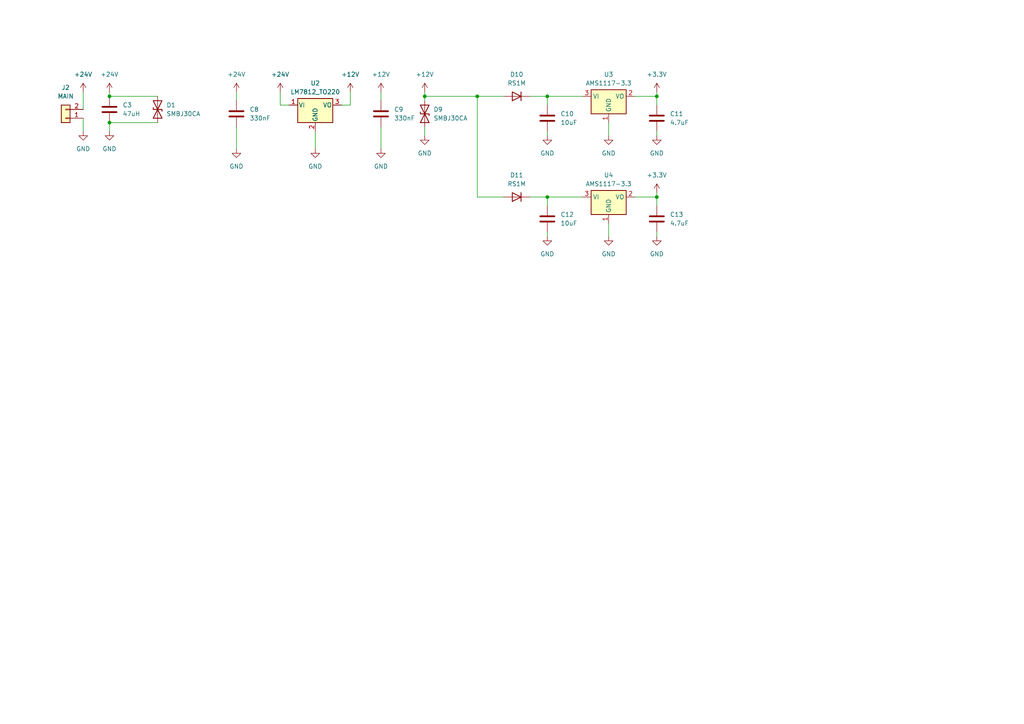
<source format=kicad_sch>
(kicad_sch (version 20230121) (generator eeschema)

  (uuid aaab7bb8-9d39-4a80-89d3-5f727607a7bc)

  (paper "A4")

  (lib_symbols
    (symbol "Connector_Generic:Conn_01x02" (pin_names (offset 1.016) hide) (in_bom yes) (on_board yes)
      (property "Reference" "J" (at 0 2.54 0)
        (effects (font (size 1.27 1.27)))
      )
      (property "Value" "Conn_01x02" (at 0 -5.08 0)
        (effects (font (size 1.27 1.27)))
      )
      (property "Footprint" "" (at 0 0 0)
        (effects (font (size 1.27 1.27)) hide)
      )
      (property "Datasheet" "~" (at 0 0 0)
        (effects (font (size 1.27 1.27)) hide)
      )
      (property "ki_keywords" "connector" (at 0 0 0)
        (effects (font (size 1.27 1.27)) hide)
      )
      (property "ki_description" "Generic connector, single row, 01x02, script generated (kicad-library-utils/schlib/autogen/connector/)" (at 0 0 0)
        (effects (font (size 1.27 1.27)) hide)
      )
      (property "ki_fp_filters" "Connector*:*_1x??_*" (at 0 0 0)
        (effects (font (size 1.27 1.27)) hide)
      )
      (symbol "Conn_01x02_1_1"
        (rectangle (start -1.27 -2.413) (end 0 -2.667)
          (stroke (width 0.1524) (type default))
          (fill (type none))
        )
        (rectangle (start -1.27 0.127) (end 0 -0.127)
          (stroke (width 0.1524) (type default))
          (fill (type none))
        )
        (rectangle (start -1.27 1.27) (end 1.27 -3.81)
          (stroke (width 0.254) (type default))
          (fill (type background))
        )
        (pin passive line (at -5.08 0 0) (length 3.81)
          (name "Pin_1" (effects (font (size 1.27 1.27))))
          (number "1" (effects (font (size 1.27 1.27))))
        )
        (pin passive line (at -5.08 -2.54 0) (length 3.81)
          (name "Pin_2" (effects (font (size 1.27 1.27))))
          (number "2" (effects (font (size 1.27 1.27))))
        )
      )
    )
    (symbol "Device:C" (pin_numbers hide) (pin_names (offset 0.254)) (in_bom yes) (on_board yes)
      (property "Reference" "C" (at 0.635 2.54 0)
        (effects (font (size 1.27 1.27)) (justify left))
      )
      (property "Value" "C" (at 0.635 -2.54 0)
        (effects (font (size 1.27 1.27)) (justify left))
      )
      (property "Footprint" "" (at 0.9652 -3.81 0)
        (effects (font (size 1.27 1.27)) hide)
      )
      (property "Datasheet" "~" (at 0 0 0)
        (effects (font (size 1.27 1.27)) hide)
      )
      (property "ki_keywords" "cap capacitor" (at 0 0 0)
        (effects (font (size 1.27 1.27)) hide)
      )
      (property "ki_description" "Unpolarized capacitor" (at 0 0 0)
        (effects (font (size 1.27 1.27)) hide)
      )
      (property "ki_fp_filters" "C_*" (at 0 0 0)
        (effects (font (size 1.27 1.27)) hide)
      )
      (symbol "C_0_1"
        (polyline
          (pts
            (xy -2.032 -0.762)
            (xy 2.032 -0.762)
          )
          (stroke (width 0.508) (type default))
          (fill (type none))
        )
        (polyline
          (pts
            (xy -2.032 0.762)
            (xy 2.032 0.762)
          )
          (stroke (width 0.508) (type default))
          (fill (type none))
        )
      )
      (symbol "C_1_1"
        (pin passive line (at 0 3.81 270) (length 2.794)
          (name "~" (effects (font (size 1.27 1.27))))
          (number "1" (effects (font (size 1.27 1.27))))
        )
        (pin passive line (at 0 -3.81 90) (length 2.794)
          (name "~" (effects (font (size 1.27 1.27))))
          (number "2" (effects (font (size 1.27 1.27))))
        )
      )
    )
    (symbol "Device:D" (pin_numbers hide) (pin_names (offset 1.016) hide) (in_bom yes) (on_board yes)
      (property "Reference" "D" (at 0 2.54 0)
        (effects (font (size 1.27 1.27)))
      )
      (property "Value" "D" (at 0 -2.54 0)
        (effects (font (size 1.27 1.27)))
      )
      (property "Footprint" "" (at 0 0 0)
        (effects (font (size 1.27 1.27)) hide)
      )
      (property "Datasheet" "~" (at 0 0 0)
        (effects (font (size 1.27 1.27)) hide)
      )
      (property "Sim.Device" "D" (at 0 0 0)
        (effects (font (size 1.27 1.27)) hide)
      )
      (property "Sim.Pins" "1=K 2=A" (at 0 0 0)
        (effects (font (size 1.27 1.27)) hide)
      )
      (property "ki_keywords" "diode" (at 0 0 0)
        (effects (font (size 1.27 1.27)) hide)
      )
      (property "ki_description" "Diode" (at 0 0 0)
        (effects (font (size 1.27 1.27)) hide)
      )
      (property "ki_fp_filters" "TO-???* *_Diode_* *SingleDiode* D_*" (at 0 0 0)
        (effects (font (size 1.27 1.27)) hide)
      )
      (symbol "D_0_1"
        (polyline
          (pts
            (xy -1.27 1.27)
            (xy -1.27 -1.27)
          )
          (stroke (width 0.254) (type default))
          (fill (type none))
        )
        (polyline
          (pts
            (xy 1.27 0)
            (xy -1.27 0)
          )
          (stroke (width 0) (type default))
          (fill (type none))
        )
        (polyline
          (pts
            (xy 1.27 1.27)
            (xy 1.27 -1.27)
            (xy -1.27 0)
            (xy 1.27 1.27)
          )
          (stroke (width 0.254) (type default))
          (fill (type none))
        )
      )
      (symbol "D_1_1"
        (pin passive line (at -3.81 0 0) (length 2.54)
          (name "K" (effects (font (size 1.27 1.27))))
          (number "1" (effects (font (size 1.27 1.27))))
        )
        (pin passive line (at 3.81 0 180) (length 2.54)
          (name "A" (effects (font (size 1.27 1.27))))
          (number "2" (effects (font (size 1.27 1.27))))
        )
      )
    )
    (symbol "Device:D_TVS" (pin_numbers hide) (pin_names (offset 1.016) hide) (in_bom yes) (on_board yes)
      (property "Reference" "D" (at 0 2.54 0)
        (effects (font (size 1.27 1.27)))
      )
      (property "Value" "D_TVS" (at 0 -2.54 0)
        (effects (font (size 1.27 1.27)))
      )
      (property "Footprint" "" (at 0 0 0)
        (effects (font (size 1.27 1.27)) hide)
      )
      (property "Datasheet" "~" (at 0 0 0)
        (effects (font (size 1.27 1.27)) hide)
      )
      (property "ki_keywords" "diode TVS thyrector" (at 0 0 0)
        (effects (font (size 1.27 1.27)) hide)
      )
      (property "ki_description" "Bidirectional transient-voltage-suppression diode" (at 0 0 0)
        (effects (font (size 1.27 1.27)) hide)
      )
      (property "ki_fp_filters" "TO-???* *_Diode_* *SingleDiode* D_*" (at 0 0 0)
        (effects (font (size 1.27 1.27)) hide)
      )
      (symbol "D_TVS_0_1"
        (polyline
          (pts
            (xy 1.27 0)
            (xy -1.27 0)
          )
          (stroke (width 0) (type default))
          (fill (type none))
        )
        (polyline
          (pts
            (xy 0.508 1.27)
            (xy 0 1.27)
            (xy 0 -1.27)
            (xy -0.508 -1.27)
          )
          (stroke (width 0.254) (type default))
          (fill (type none))
        )
        (polyline
          (pts
            (xy -2.54 1.27)
            (xy -2.54 -1.27)
            (xy 2.54 1.27)
            (xy 2.54 -1.27)
            (xy -2.54 1.27)
          )
          (stroke (width 0.254) (type default))
          (fill (type none))
        )
      )
      (symbol "D_TVS_1_1"
        (pin passive line (at -3.81 0 0) (length 2.54)
          (name "A1" (effects (font (size 1.27 1.27))))
          (number "1" (effects (font (size 1.27 1.27))))
        )
        (pin passive line (at 3.81 0 180) (length 2.54)
          (name "A2" (effects (font (size 1.27 1.27))))
          (number "2" (effects (font (size 1.27 1.27))))
        )
      )
    )
    (symbol "Regulator_Linear:AMS1117-3.3" (in_bom yes) (on_board yes)
      (property "Reference" "U" (at -3.81 3.175 0)
        (effects (font (size 1.27 1.27)))
      )
      (property "Value" "AMS1117-3.3" (at 0 3.175 0)
        (effects (font (size 1.27 1.27)) (justify left))
      )
      (property "Footprint" "Package_TO_SOT_SMD:SOT-223-3_TabPin2" (at 0 5.08 0)
        (effects (font (size 1.27 1.27)) hide)
      )
      (property "Datasheet" "http://www.advanced-monolithic.com/pdf/ds1117.pdf" (at 2.54 -6.35 0)
        (effects (font (size 1.27 1.27)) hide)
      )
      (property "ki_keywords" "linear regulator ldo fixed positive" (at 0 0 0)
        (effects (font (size 1.27 1.27)) hide)
      )
      (property "ki_description" "1A Low Dropout regulator, positive, 3.3V fixed output, SOT-223" (at 0 0 0)
        (effects (font (size 1.27 1.27)) hide)
      )
      (property "ki_fp_filters" "SOT?223*TabPin2*" (at 0 0 0)
        (effects (font (size 1.27 1.27)) hide)
      )
      (symbol "AMS1117-3.3_0_1"
        (rectangle (start -5.08 -5.08) (end 5.08 1.905)
          (stroke (width 0.254) (type default))
          (fill (type background))
        )
      )
      (symbol "AMS1117-3.3_1_1"
        (pin power_in line (at 0 -7.62 90) (length 2.54)
          (name "GND" (effects (font (size 1.27 1.27))))
          (number "1" (effects (font (size 1.27 1.27))))
        )
        (pin power_out line (at 7.62 0 180) (length 2.54)
          (name "VO" (effects (font (size 1.27 1.27))))
          (number "2" (effects (font (size 1.27 1.27))))
        )
        (pin power_in line (at -7.62 0 0) (length 2.54)
          (name "VI" (effects (font (size 1.27 1.27))))
          (number "3" (effects (font (size 1.27 1.27))))
        )
      )
    )
    (symbol "Regulator_Linear:LM7812_TO220" (pin_names (offset 0.254)) (in_bom yes) (on_board yes)
      (property "Reference" "U" (at -3.81 3.175 0)
        (effects (font (size 1.27 1.27)))
      )
      (property "Value" "LM7812_TO220" (at 0 3.175 0)
        (effects (font (size 1.27 1.27)) (justify left))
      )
      (property "Footprint" "Package_TO_SOT_THT:TO-220-3_Vertical" (at 0 5.715 0)
        (effects (font (size 1.27 1.27) italic) hide)
      )
      (property "Datasheet" "https://www.onsemi.cn/PowerSolutions/document/MC7800-D.PDF" (at 0 -1.27 0)
        (effects (font (size 1.27 1.27)) hide)
      )
      (property "ki_keywords" "Voltage Regulator 1A Positive" (at 0 0 0)
        (effects (font (size 1.27 1.27)) hide)
      )
      (property "ki_description" "Positive 1A 35V Linear Regulator, Fixed Output 12V, TO-220" (at 0 0 0)
        (effects (font (size 1.27 1.27)) hide)
      )
      (property "ki_fp_filters" "TO?220*" (at 0 0 0)
        (effects (font (size 1.27 1.27)) hide)
      )
      (symbol "LM7812_TO220_0_1"
        (rectangle (start -5.08 1.905) (end 5.08 -5.08)
          (stroke (width 0.254) (type default))
          (fill (type background))
        )
      )
      (symbol "LM7812_TO220_1_1"
        (pin power_in line (at -7.62 0 0) (length 2.54)
          (name "VI" (effects (font (size 1.27 1.27))))
          (number "1" (effects (font (size 1.27 1.27))))
        )
        (pin power_in line (at 0 -7.62 90) (length 2.54)
          (name "GND" (effects (font (size 1.27 1.27))))
          (number "2" (effects (font (size 1.27 1.27))))
        )
        (pin power_out line (at 7.62 0 180) (length 2.54)
          (name "VO" (effects (font (size 1.27 1.27))))
          (number "3" (effects (font (size 1.27 1.27))))
        )
      )
    )
    (symbol "power:+12V" (power) (pin_names (offset 0)) (in_bom yes) (on_board yes)
      (property "Reference" "#PWR" (at 0 -3.81 0)
        (effects (font (size 1.27 1.27)) hide)
      )
      (property "Value" "+12V" (at 0 3.556 0)
        (effects (font (size 1.27 1.27)))
      )
      (property "Footprint" "" (at 0 0 0)
        (effects (font (size 1.27 1.27)) hide)
      )
      (property "Datasheet" "" (at 0 0 0)
        (effects (font (size 1.27 1.27)) hide)
      )
      (property "ki_keywords" "global power" (at 0 0 0)
        (effects (font (size 1.27 1.27)) hide)
      )
      (property "ki_description" "Power symbol creates a global label with name \"+12V\"" (at 0 0 0)
        (effects (font (size 1.27 1.27)) hide)
      )
      (symbol "+12V_0_1"
        (polyline
          (pts
            (xy -0.762 1.27)
            (xy 0 2.54)
          )
          (stroke (width 0) (type default))
          (fill (type none))
        )
        (polyline
          (pts
            (xy 0 0)
            (xy 0 2.54)
          )
          (stroke (width 0) (type default))
          (fill (type none))
        )
        (polyline
          (pts
            (xy 0 2.54)
            (xy 0.762 1.27)
          )
          (stroke (width 0) (type default))
          (fill (type none))
        )
      )
      (symbol "+12V_1_1"
        (pin power_in line (at 0 0 90) (length 0) hide
          (name "+12V" (effects (font (size 1.27 1.27))))
          (number "1" (effects (font (size 1.27 1.27))))
        )
      )
    )
    (symbol "power:+24V" (power) (pin_names (offset 0)) (in_bom yes) (on_board yes)
      (property "Reference" "#PWR" (at 0 -3.81 0)
        (effects (font (size 1.27 1.27)) hide)
      )
      (property "Value" "+24V" (at 0 3.556 0)
        (effects (font (size 1.27 1.27)))
      )
      (property "Footprint" "" (at 0 0 0)
        (effects (font (size 1.27 1.27)) hide)
      )
      (property "Datasheet" "" (at 0 0 0)
        (effects (font (size 1.27 1.27)) hide)
      )
      (property "ki_keywords" "global power" (at 0 0 0)
        (effects (font (size 1.27 1.27)) hide)
      )
      (property "ki_description" "Power symbol creates a global label with name \"+24V\"" (at 0 0 0)
        (effects (font (size 1.27 1.27)) hide)
      )
      (symbol "+24V_0_1"
        (polyline
          (pts
            (xy -0.762 1.27)
            (xy 0 2.54)
          )
          (stroke (width 0) (type default))
          (fill (type none))
        )
        (polyline
          (pts
            (xy 0 0)
            (xy 0 2.54)
          )
          (stroke (width 0) (type default))
          (fill (type none))
        )
        (polyline
          (pts
            (xy 0 2.54)
            (xy 0.762 1.27)
          )
          (stroke (width 0) (type default))
          (fill (type none))
        )
      )
      (symbol "+24V_1_1"
        (pin power_in line (at 0 0 90) (length 0) hide
          (name "+24V" (effects (font (size 1.27 1.27))))
          (number "1" (effects (font (size 1.27 1.27))))
        )
      )
    )
    (symbol "power:+3.3V" (power) (pin_names (offset 0)) (in_bom yes) (on_board yes)
      (property "Reference" "#PWR" (at 0 -3.81 0)
        (effects (font (size 1.27 1.27)) hide)
      )
      (property "Value" "+3.3V" (at 0 3.556 0)
        (effects (font (size 1.27 1.27)))
      )
      (property "Footprint" "" (at 0 0 0)
        (effects (font (size 1.27 1.27)) hide)
      )
      (property "Datasheet" "" (at 0 0 0)
        (effects (font (size 1.27 1.27)) hide)
      )
      (property "ki_keywords" "global power" (at 0 0 0)
        (effects (font (size 1.27 1.27)) hide)
      )
      (property "ki_description" "Power symbol creates a global label with name \"+3.3V\"" (at 0 0 0)
        (effects (font (size 1.27 1.27)) hide)
      )
      (symbol "+3.3V_0_1"
        (polyline
          (pts
            (xy -0.762 1.27)
            (xy 0 2.54)
          )
          (stroke (width 0) (type default))
          (fill (type none))
        )
        (polyline
          (pts
            (xy 0 0)
            (xy 0 2.54)
          )
          (stroke (width 0) (type default))
          (fill (type none))
        )
        (polyline
          (pts
            (xy 0 2.54)
            (xy 0.762 1.27)
          )
          (stroke (width 0) (type default))
          (fill (type none))
        )
      )
      (symbol "+3.3V_1_1"
        (pin power_in line (at 0 0 90) (length 0) hide
          (name "+3.3V" (effects (font (size 1.27 1.27))))
          (number "1" (effects (font (size 1.27 1.27))))
        )
      )
    )
    (symbol "power:GND" (power) (pin_names (offset 0)) (in_bom yes) (on_board yes)
      (property "Reference" "#PWR" (at 0 -6.35 0)
        (effects (font (size 1.27 1.27)) hide)
      )
      (property "Value" "GND" (at 0 -3.81 0)
        (effects (font (size 1.27 1.27)))
      )
      (property "Footprint" "" (at 0 0 0)
        (effects (font (size 1.27 1.27)) hide)
      )
      (property "Datasheet" "" (at 0 0 0)
        (effects (font (size 1.27 1.27)) hide)
      )
      (property "ki_keywords" "global power" (at 0 0 0)
        (effects (font (size 1.27 1.27)) hide)
      )
      (property "ki_description" "Power symbol creates a global label with name \"GND\" , ground" (at 0 0 0)
        (effects (font (size 1.27 1.27)) hide)
      )
      (symbol "GND_0_1"
        (polyline
          (pts
            (xy 0 0)
            (xy 0 -1.27)
            (xy 1.27 -1.27)
            (xy 0 -2.54)
            (xy -1.27 -1.27)
            (xy 0 -1.27)
          )
          (stroke (width 0) (type default))
          (fill (type none))
        )
      )
      (symbol "GND_1_1"
        (pin power_in line (at 0 0 270) (length 0) hide
          (name "GND" (effects (font (size 1.27 1.27))))
          (number "1" (effects (font (size 1.27 1.27))))
        )
      )
    )
  )

  (junction (at 31.75 27.94) (diameter 0) (color 0 0 0 0)
    (uuid 34546b25-2b71-4ee1-83fe-7e94719b076d)
  )
  (junction (at 158.75 27.94) (diameter 0) (color 0 0 0 0)
    (uuid 40651f4f-0ec8-424f-9934-9ab450be1435)
  )
  (junction (at 190.5 57.15) (diameter 0) (color 0 0 0 0)
    (uuid 7e32b914-1a51-4219-8482-2b6eb48e5730)
  )
  (junction (at 138.43 27.94) (diameter 0) (color 0 0 0 0)
    (uuid 81a9040a-e6fa-42c8-b12e-d25875e7f2cc)
  )
  (junction (at 123.19 27.94) (diameter 0) (color 0 0 0 0)
    (uuid b7cea20a-49b4-47a2-bd8d-ff8910f322f1)
  )
  (junction (at 158.75 57.15) (diameter 0) (color 0 0 0 0)
    (uuid d8da5277-34d1-4697-9926-715c80f684f2)
  )
  (junction (at 31.75 35.56) (diameter 0) (color 0 0 0 0)
    (uuid ebcae6e0-7606-471c-aad0-2a52467538c6)
  )
  (junction (at 190.5 27.94) (diameter 0) (color 0 0 0 0)
    (uuid f9131b4f-9d18-4639-b444-b701ae6ae03c)
  )

  (wire (pts (xy 190.5 38.1) (xy 190.5 39.37))
    (stroke (width 0) (type default))
    (uuid 0f4bab55-c7c4-4ed4-ad11-64842ca79a51)
  )
  (wire (pts (xy 184.15 57.15) (xy 190.5 57.15))
    (stroke (width 0) (type default))
    (uuid 10bf3e4e-620b-4dbb-8cae-c7c3b0ccd1b1)
  )
  (wire (pts (xy 190.5 27.94) (xy 190.5 30.48))
    (stroke (width 0) (type default))
    (uuid 13ef12a8-ee82-4f87-bae8-5d4410ef9d62)
  )
  (wire (pts (xy 31.75 26.67) (xy 31.75 27.94))
    (stroke (width 0) (type default))
    (uuid 17966fde-f946-4ee5-b8b7-c3aa6d8bdc25)
  )
  (wire (pts (xy 153.67 57.15) (xy 158.75 57.15))
    (stroke (width 0) (type default))
    (uuid 1c2e4123-7000-4bb0-916c-1c73dbd77f48)
  )
  (wire (pts (xy 31.75 35.56) (xy 45.72 35.56))
    (stroke (width 0) (type default))
    (uuid 1d6b654c-c5e4-4723-a359-9de1b21e5ad6)
  )
  (wire (pts (xy 101.6 26.67) (xy 101.6 30.48))
    (stroke (width 0) (type default))
    (uuid 2e48f849-1305-49a7-b1d6-1279121ce00e)
  )
  (wire (pts (xy 110.49 26.67) (xy 110.49 29.21))
    (stroke (width 0) (type default))
    (uuid 336c7680-2245-4afb-ba26-56571a5989bb)
  )
  (wire (pts (xy 158.75 68.58) (xy 158.75 67.31))
    (stroke (width 0) (type default))
    (uuid 3eed3ab2-485c-4114-ac9b-7d9d0ee2bc21)
  )
  (wire (pts (xy 81.28 26.67) (xy 81.28 30.48))
    (stroke (width 0) (type default))
    (uuid 421cba22-17a9-45e7-a4e6-f0805af9fb08)
  )
  (wire (pts (xy 101.6 30.48) (xy 99.06 30.48))
    (stroke (width 0) (type default))
    (uuid 42ceb792-9066-456b-a11c-1a1f12258c38)
  )
  (wire (pts (xy 158.75 27.94) (xy 168.91 27.94))
    (stroke (width 0) (type default))
    (uuid 451fd1a7-f0bc-44e1-9cba-aae36827e7ce)
  )
  (wire (pts (xy 158.75 27.94) (xy 158.75 30.48))
    (stroke (width 0) (type default))
    (uuid 45a55dc3-7e95-414f-b993-4962b032f3a3)
  )
  (wire (pts (xy 176.53 64.77) (xy 176.53 68.58))
    (stroke (width 0) (type default))
    (uuid 48447737-eec0-47b0-bf8d-5ec7a0b99bb3)
  )
  (wire (pts (xy 123.19 27.94) (xy 138.43 27.94))
    (stroke (width 0) (type default))
    (uuid 4951ed21-2520-4311-84aa-37842ccdf11f)
  )
  (wire (pts (xy 91.44 38.1) (xy 91.44 43.18))
    (stroke (width 0) (type default))
    (uuid 59d27f5a-38d8-461f-ae5f-69b566a2d3ed)
  )
  (wire (pts (xy 68.58 36.83) (xy 68.58 43.18))
    (stroke (width 0) (type default))
    (uuid 5d9608c4-830f-4f59-b544-9e4123ad52c4)
  )
  (wire (pts (xy 158.75 57.15) (xy 168.91 57.15))
    (stroke (width 0) (type default))
    (uuid 65a85d5d-1283-41b5-9cc8-85106efab164)
  )
  (wire (pts (xy 68.58 26.67) (xy 68.58 29.21))
    (stroke (width 0) (type default))
    (uuid 6c8ece8a-f602-4c82-8fb4-fa8fe0302b74)
  )
  (wire (pts (xy 31.75 35.56) (xy 31.75 38.1))
    (stroke (width 0) (type default))
    (uuid 6d8b9f24-7bbc-42d8-accb-97d94a5c13a8)
  )
  (wire (pts (xy 190.5 26.67) (xy 190.5 27.94))
    (stroke (width 0) (type default))
    (uuid 720360e5-40be-4b29-92de-4b60ae101b0e)
  )
  (wire (pts (xy 176.53 35.56) (xy 176.53 39.37))
    (stroke (width 0) (type default))
    (uuid 736025c7-bf06-408e-814f-ebee206a96cf)
  )
  (wire (pts (xy 81.28 30.48) (xy 83.82 30.48))
    (stroke (width 0) (type default))
    (uuid 80f24255-7e2b-4838-a0e5-89dd423bb34b)
  )
  (wire (pts (xy 184.15 27.94) (xy 190.5 27.94))
    (stroke (width 0) (type default))
    (uuid 88949c9c-3a92-497a-b987-e30d4ecdb357)
  )
  (wire (pts (xy 190.5 57.15) (xy 190.5 59.69))
    (stroke (width 0) (type default))
    (uuid 922d6138-cbf0-4a5c-9d5c-313f8058f131)
  )
  (wire (pts (xy 138.43 27.94) (xy 146.05 27.94))
    (stroke (width 0) (type default))
    (uuid 9901bfff-b793-4687-9078-cc63153f30fb)
  )
  (wire (pts (xy 153.67 27.94) (xy 158.75 27.94))
    (stroke (width 0) (type default))
    (uuid af68e413-f414-4103-bcea-39a0f2a93fd5)
  )
  (wire (pts (xy 158.75 39.37) (xy 158.75 38.1))
    (stroke (width 0) (type default))
    (uuid b96c9104-9587-41ae-83d0-ee474238af16)
  )
  (wire (pts (xy 110.49 36.83) (xy 110.49 43.18))
    (stroke (width 0) (type default))
    (uuid c99495d9-034b-4028-b3b7-8cd4b463fd17)
  )
  (wire (pts (xy 123.19 26.67) (xy 123.19 27.94))
    (stroke (width 0) (type default))
    (uuid cafc8166-b9f5-4d2d-9d19-3e5b90e36841)
  )
  (wire (pts (xy 138.43 57.15) (xy 138.43 27.94))
    (stroke (width 0) (type default))
    (uuid cbec2d3a-fbd4-47be-9940-76b1ae5f6f9c)
  )
  (wire (pts (xy 190.5 67.31) (xy 190.5 68.58))
    (stroke (width 0) (type default))
    (uuid d547feaa-cd20-4ae8-9562-2bb66648762d)
  )
  (wire (pts (xy 24.13 34.29) (xy 24.13 38.1))
    (stroke (width 0) (type default))
    (uuid d5ababfa-9610-4b12-adef-cc9698c0eb96)
  )
  (wire (pts (xy 146.05 57.15) (xy 138.43 57.15))
    (stroke (width 0) (type default))
    (uuid dbe08efe-6b62-4df7-9923-285e0f54835e)
  )
  (wire (pts (xy 24.13 26.67) (xy 24.13 31.75))
    (stroke (width 0) (type default))
    (uuid e95ac2be-1230-4d92-91c9-bed1d1f49ef7)
  )
  (wire (pts (xy 123.19 36.83) (xy 123.19 39.37))
    (stroke (width 0) (type default))
    (uuid f50029f6-e05c-46b3-9400-0d474a1648b3)
  )
  (wire (pts (xy 123.19 27.94) (xy 123.19 29.21))
    (stroke (width 0) (type default))
    (uuid f5b0ba38-5c33-44d8-ac04-f3a088cd1d5b)
  )
  (wire (pts (xy 158.75 57.15) (xy 158.75 59.69))
    (stroke (width 0) (type default))
    (uuid f75695d3-8cdf-4cdf-8c95-dc6cc3972f3e)
  )
  (wire (pts (xy 31.75 27.94) (xy 45.72 27.94))
    (stroke (width 0) (type default))
    (uuid faed9d30-be86-4086-b8b6-d8bf11ceecea)
  )
  (wire (pts (xy 190.5 55.88) (xy 190.5 57.15))
    (stroke (width 0) (type default))
    (uuid fdb865eb-3e52-4f9d-a805-be84d2be6375)
  )

  (symbol (lib_id "power:+12V") (at 101.6 26.67 0) (unit 1)
    (in_bom yes) (on_board yes) (dnp no) (fields_autoplaced)
    (uuid 03ba97ab-fa4a-43c6-80c3-36d5b6102f3e)
    (property "Reference" "#PWR044" (at 101.6 30.48 0)
      (effects (font (size 1.27 1.27)) hide)
    )
    (property "Value" "+12V" (at 101.6 21.59 0)
      (effects (font (size 1.27 1.27)))
    )
    (property "Footprint" "" (at 101.6 26.67 0)
      (effects (font (size 1.27 1.27)) hide)
    )
    (property "Datasheet" "" (at 101.6 26.67 0)
      (effects (font (size 1.27 1.27)) hide)
    )
    (pin "1" (uuid d4b2c69c-9cc5-4121-8179-fc7587930aee))
    (instances
      (project "piezzo"
        (path "/2a569c31-bb52-4c3d-ae7f-45f2860154f7/cc7bb8c8-5930-44af-a0ae-13376e6493f2"
          (reference "#PWR044") (unit 1)
        )
      )
    )
  )

  (symbol (lib_id "Regulator_Linear:AMS1117-3.3") (at 176.53 57.15 0) (unit 1)
    (in_bom yes) (on_board yes) (dnp no) (fields_autoplaced)
    (uuid 07725db7-3066-41ba-90db-24437e5f831f)
    (property "Reference" "U4" (at 176.53 50.8 0)
      (effects (font (size 1.27 1.27)))
    )
    (property "Value" "AMS1117-3.3" (at 176.53 53.34 0)
      (effects (font (size 1.27 1.27)))
    )
    (property "Footprint" "Package_TO_SOT_SMD:SOT-223-3_TabPin2" (at 176.53 52.07 0)
      (effects (font (size 1.27 1.27)) hide)
    )
    (property "Datasheet" "http://www.advanced-monolithic.com/pdf/ds1117.pdf" (at 179.07 63.5 0)
      (effects (font (size 1.27 1.27)) hide)
    )
    (pin "1" (uuid 424b9f95-8514-49ca-accf-cee3dff46bbe))
    (pin "2" (uuid 81bf24db-f317-4580-96dc-9c8e0f5d961a))
    (pin "3" (uuid 91be4dc6-ab25-487a-9c0f-e9f6b8389e27))
    (instances
      (project "piezzo"
        (path "/2a569c31-bb52-4c3d-ae7f-45f2860154f7/cc7bb8c8-5930-44af-a0ae-13376e6493f2"
          (reference "U4") (unit 1)
        )
        (path "/2a569c31-bb52-4c3d-ae7f-45f2860154f7/faf13e72-9a68-4413-883a-74951a62e56d"
          (reference "U4") (unit 1)
        )
      )
    )
  )

  (symbol (lib_id "power:GND") (at 158.75 68.58 0) (unit 1)
    (in_bom yes) (on_board yes) (dnp no) (fields_autoplaced)
    (uuid 14f9a177-2474-4297-81fb-854feaa3047b)
    (property "Reference" "#PWR053" (at 158.75 74.93 0)
      (effects (font (size 1.27 1.27)) hide)
    )
    (property "Value" "GND" (at 158.75 73.66 0)
      (effects (font (size 1.27 1.27)))
    )
    (property "Footprint" "" (at 158.75 68.58 0)
      (effects (font (size 1.27 1.27)) hide)
    )
    (property "Datasheet" "" (at 158.75 68.58 0)
      (effects (font (size 1.27 1.27)) hide)
    )
    (pin "1" (uuid 69982e97-2811-4948-8fca-bcce533a9468))
    (instances
      (project "piezzo"
        (path "/2a569c31-bb52-4c3d-ae7f-45f2860154f7/cc7bb8c8-5930-44af-a0ae-13376e6493f2"
          (reference "#PWR053") (unit 1)
        )
      )
    )
  )

  (symbol (lib_id "power:GND") (at 190.5 68.58 0) (unit 1)
    (in_bom yes) (on_board yes) (dnp no) (fields_autoplaced)
    (uuid 167ddfc7-6756-4666-9fee-300415a06384)
    (property "Reference" "#PWR056" (at 190.5 74.93 0)
      (effects (font (size 1.27 1.27)) hide)
    )
    (property "Value" "GND" (at 190.5 73.66 0)
      (effects (font (size 1.27 1.27)))
    )
    (property "Footprint" "" (at 190.5 68.58 0)
      (effects (font (size 1.27 1.27)) hide)
    )
    (property "Datasheet" "" (at 190.5 68.58 0)
      (effects (font (size 1.27 1.27)) hide)
    )
    (pin "1" (uuid b2cd5c92-a97a-413d-add7-35a9577c83c4))
    (instances
      (project "piezzo"
        (path "/2a569c31-bb52-4c3d-ae7f-45f2860154f7/cc7bb8c8-5930-44af-a0ae-13376e6493f2"
          (reference "#PWR056") (unit 1)
        )
      )
    )
  )

  (symbol (lib_id "Device:C") (at 31.75 31.75 180) (unit 1)
    (in_bom yes) (on_board yes) (dnp no) (fields_autoplaced)
    (uuid 20101f54-fa95-4b59-8890-dfa50385ef12)
    (property "Reference" "C3" (at 35.56 30.48 0)
      (effects (font (size 1.27 1.27)) (justify right))
    )
    (property "Value" "47uH" (at 35.56 33.02 0)
      (effects (font (size 1.27 1.27)) (justify right))
    )
    (property "Footprint" "Capacitor_THT:CP_Radial_D5.0mm_P2.50mm" (at 30.7848 27.94 0)
      (effects (font (size 1.27 1.27)) hide)
    )
    (property "Datasheet" "~" (at 31.75 31.75 0)
      (effects (font (size 1.27 1.27)) hide)
    )
    (pin "2" (uuid a037d70f-e71c-4917-b51f-dcc96143b33f))
    (pin "1" (uuid 1d9bc986-8d76-426c-b7fc-8bf8b7cceeda))
    (instances
      (project "piezzo"
        (path "/2a569c31-bb52-4c3d-ae7f-45f2860154f7/cc7bb8c8-5930-44af-a0ae-13376e6493f2"
          (reference "C3") (unit 1)
        )
        (path "/2a569c31-bb52-4c3d-ae7f-45f2860154f7/faf13e72-9a68-4413-883a-74951a62e56d"
          (reference "C3") (unit 1)
        )
      )
    )
  )

  (symbol (lib_id "power:+12V") (at 123.19 26.67 0) (unit 1)
    (in_bom yes) (on_board yes) (dnp no) (fields_autoplaced)
    (uuid 21e4c5e4-00d5-4a47-a483-66540b2388f7)
    (property "Reference" "#PWR047" (at 123.19 30.48 0)
      (effects (font (size 1.27 1.27)) hide)
    )
    (property "Value" "+12V" (at 123.19 21.59 0)
      (effects (font (size 1.27 1.27)))
    )
    (property "Footprint" "" (at 123.19 26.67 0)
      (effects (font (size 1.27 1.27)) hide)
    )
    (property "Datasheet" "" (at 123.19 26.67 0)
      (effects (font (size 1.27 1.27)) hide)
    )
    (pin "1" (uuid 115e412a-e976-46ef-8902-98c75088064e))
    (instances
      (project "piezzo"
        (path "/2a569c31-bb52-4c3d-ae7f-45f2860154f7/cc7bb8c8-5930-44af-a0ae-13376e6493f2"
          (reference "#PWR047") (unit 1)
        )
      )
    )
  )

  (symbol (lib_id "power:GND") (at 190.5 39.37 0) (unit 1)
    (in_bom yes) (on_board yes) (dnp no) (fields_autoplaced)
    (uuid 22e99592-9df4-4612-94ef-9400abd25079)
    (property "Reference" "#PWR051" (at 190.5 45.72 0)
      (effects (font (size 1.27 1.27)) hide)
    )
    (property "Value" "GND" (at 190.5 44.45 0)
      (effects (font (size 1.27 1.27)))
    )
    (property "Footprint" "" (at 190.5 39.37 0)
      (effects (font (size 1.27 1.27)) hide)
    )
    (property "Datasheet" "" (at 190.5 39.37 0)
      (effects (font (size 1.27 1.27)) hide)
    )
    (pin "1" (uuid 301fbf54-ed5f-40de-b439-17207dc9370c))
    (instances
      (project "piezzo"
        (path "/2a569c31-bb52-4c3d-ae7f-45f2860154f7/cc7bb8c8-5930-44af-a0ae-13376e6493f2"
          (reference "#PWR051") (unit 1)
        )
      )
    )
  )

  (symbol (lib_id "Device:C") (at 110.49 33.02 180) (unit 1)
    (in_bom yes) (on_board yes) (dnp no) (fields_autoplaced)
    (uuid 2547deb2-b926-4a3f-8bfe-7547bb52845e)
    (property "Reference" "C9" (at 114.3 31.75 0)
      (effects (font (size 1.27 1.27)) (justify right))
    )
    (property "Value" "330nF" (at 114.3 34.29 0)
      (effects (font (size 1.27 1.27)) (justify right))
    )
    (property "Footprint" "Capacitor_SMD:C_0603_1608Metric" (at 109.5248 29.21 0)
      (effects (font (size 1.27 1.27)) hide)
    )
    (property "Datasheet" "~" (at 110.49 33.02 0)
      (effects (font (size 1.27 1.27)) hide)
    )
    (pin "2" (uuid e127e9b0-8e47-4ab3-a420-c15c1620bef2))
    (pin "1" (uuid a8d70c73-1a04-4244-a93b-7a3b3932fa33))
    (instances
      (project "piezzo"
        (path "/2a569c31-bb52-4c3d-ae7f-45f2860154f7/cc7bb8c8-5930-44af-a0ae-13376e6493f2"
          (reference "C9") (unit 1)
        )
        (path "/2a569c31-bb52-4c3d-ae7f-45f2860154f7/faf13e72-9a68-4413-883a-74951a62e56d"
          (reference "C9") (unit 1)
        )
      )
    )
  )

  (symbol (lib_id "power:+3.3V") (at 190.5 26.67 0) (unit 1)
    (in_bom yes) (on_board yes) (dnp no) (fields_autoplaced)
    (uuid 3e6f714b-b423-4ea3-aaa4-5e16f0c867a9)
    (property "Reference" "#PWR052" (at 190.5 30.48 0)
      (effects (font (size 1.27 1.27)) hide)
    )
    (property "Value" "+3.3V" (at 190.5 21.59 0)
      (effects (font (size 1.27 1.27)))
    )
    (property "Footprint" "" (at 190.5 26.67 0)
      (effects (font (size 1.27 1.27)) hide)
    )
    (property "Datasheet" "" (at 190.5 26.67 0)
      (effects (font (size 1.27 1.27)) hide)
    )
    (pin "1" (uuid e390cc18-4f69-47fc-a624-09de1da8a6e1))
    (instances
      (project "piezzo"
        (path "/2a569c31-bb52-4c3d-ae7f-45f2860154f7/cc7bb8c8-5930-44af-a0ae-13376e6493f2"
          (reference "#PWR052") (unit 1)
        )
      )
    )
  )

  (symbol (lib_id "Regulator_Linear:LM7812_TO220") (at 91.44 30.48 0) (unit 1)
    (in_bom yes) (on_board yes) (dnp no) (fields_autoplaced)
    (uuid 4d8ba55b-bec5-485b-b224-ff032264426c)
    (property "Reference" "U2" (at 91.44 24.13 0)
      (effects (font (size 1.27 1.27)))
    )
    (property "Value" "LM7812_TO220" (at 91.44 26.67 0)
      (effects (font (size 1.27 1.27)))
    )
    (property "Footprint" "Package_TO_SOT_THT:TO-220-3_Vertical" (at 91.44 24.765 0)
      (effects (font (size 1.27 1.27) italic) hide)
    )
    (property "Datasheet" "https://www.onsemi.cn/PowerSolutions/document/MC7800-D.PDF" (at 91.44 31.75 0)
      (effects (font (size 1.27 1.27)) hide)
    )
    (pin "2" (uuid ed7cf7d1-0ffa-4007-b42e-6b30ad671f65))
    (pin "3" (uuid a60a647c-609d-4c45-8063-2c3cc01d1e53))
    (pin "1" (uuid 8ab89e0f-c836-4206-882b-321be397dcf4))
    (instances
      (project "piezzo"
        (path "/2a569c31-bb52-4c3d-ae7f-45f2860154f7/cc7bb8c8-5930-44af-a0ae-13376e6493f2"
          (reference "U2") (unit 1)
        )
        (path "/2a569c31-bb52-4c3d-ae7f-45f2860154f7/faf13e72-9a68-4413-883a-74951a62e56d"
          (reference "U2") (unit 1)
        )
      )
    )
  )

  (symbol (lib_id "power:GND") (at 110.49 43.18 0) (unit 1)
    (in_bom yes) (on_board yes) (dnp no) (fields_autoplaced)
    (uuid 56f33979-02d1-4ee5-a41a-193ccb9a8ab6)
    (property "Reference" "#PWR046" (at 110.49 49.53 0)
      (effects (font (size 1.27 1.27)) hide)
    )
    (property "Value" "GND" (at 110.49 48.26 0)
      (effects (font (size 1.27 1.27)))
    )
    (property "Footprint" "" (at 110.49 43.18 0)
      (effects (font (size 1.27 1.27)) hide)
    )
    (property "Datasheet" "" (at 110.49 43.18 0)
      (effects (font (size 1.27 1.27)) hide)
    )
    (pin "1" (uuid c0c841a0-483e-4a4c-808d-13a5e34e8208))
    (instances
      (project "piezzo"
        (path "/2a569c31-bb52-4c3d-ae7f-45f2860154f7/cc7bb8c8-5930-44af-a0ae-13376e6493f2"
          (reference "#PWR046") (unit 1)
        )
      )
    )
  )

  (symbol (lib_id "Device:D") (at 149.86 57.15 180) (unit 1)
    (in_bom yes) (on_board yes) (dnp no) (fields_autoplaced)
    (uuid 574559f7-47b4-4bab-bfbc-5bb8e7ef8282)
    (property "Reference" "D11" (at 149.86 50.8 0)
      (effects (font (size 1.27 1.27)))
    )
    (property "Value" "RS1M" (at 149.86 53.34 0)
      (effects (font (size 1.27 1.27)))
    )
    (property "Footprint" "Diode_SMD:D_MELF" (at 149.86 57.15 0)
      (effects (font (size 1.27 1.27)) hide)
    )
    (property "Datasheet" "~" (at 149.86 57.15 0)
      (effects (font (size 1.27 1.27)) hide)
    )
    (property "Sim.Device" "D" (at 149.86 57.15 0)
      (effects (font (size 1.27 1.27)) hide)
    )
    (property "Sim.Pins" "1=K 2=A" (at 149.86 57.15 0)
      (effects (font (size 1.27 1.27)) hide)
    )
    (pin "2" (uuid ea8ccfad-f148-48b1-be02-7b0b11c6e8ef))
    (pin "1" (uuid 6570bc9c-04d4-4622-8f3c-7a003c379b3c))
    (instances
      (project "piezzo"
        (path "/2a569c31-bb52-4c3d-ae7f-45f2860154f7/cc7bb8c8-5930-44af-a0ae-13376e6493f2"
          (reference "D11") (unit 1)
        )
        (path "/2a569c31-bb52-4c3d-ae7f-45f2860154f7/faf13e72-9a68-4413-883a-74951a62e56d"
          (reference "D11") (unit 1)
        )
      )
    )
  )

  (symbol (lib_id "Regulator_Linear:AMS1117-3.3") (at 176.53 27.94 0) (unit 1)
    (in_bom yes) (on_board yes) (dnp no) (fields_autoplaced)
    (uuid 5dfb57d6-946c-4bbd-8fcb-3815459207cf)
    (property "Reference" "U3" (at 176.53 21.59 0)
      (effects (font (size 1.27 1.27)))
    )
    (property "Value" "AMS1117-3.3" (at 176.53 24.13 0)
      (effects (font (size 1.27 1.27)))
    )
    (property "Footprint" "Package_TO_SOT_SMD:SOT-223-3_TabPin2" (at 176.53 22.86 0)
      (effects (font (size 1.27 1.27)) hide)
    )
    (property "Datasheet" "http://www.advanced-monolithic.com/pdf/ds1117.pdf" (at 179.07 34.29 0)
      (effects (font (size 1.27 1.27)) hide)
    )
    (pin "1" (uuid 6c185b93-ad95-42a0-9e97-b54779716036))
    (pin "2" (uuid b37359e4-340c-43c3-ac80-b66930304f7a))
    (pin "3" (uuid b0483603-1dc8-4317-bb1c-d685306471ad))
    (instances
      (project "piezzo"
        (path "/2a569c31-bb52-4c3d-ae7f-45f2860154f7/faf13e72-9a68-4413-883a-74951a62e56d"
          (reference "U3") (unit 1)
        )
      )
    )
  )

  (symbol (lib_id "power:+24V") (at 81.28 26.67 0) (unit 1)
    (in_bom yes) (on_board yes) (dnp no) (fields_autoplaced)
    (uuid 61484929-90de-4723-a499-153438398349)
    (property "Reference" "#PWR042" (at 81.28 30.48 0)
      (effects (font (size 1.27 1.27)) hide)
    )
    (property "Value" "+24V" (at 81.28 21.59 0)
      (effects (font (size 1.27 1.27)))
    )
    (property "Footprint" "" (at 81.28 26.67 0)
      (effects (font (size 1.27 1.27)) hide)
    )
    (property "Datasheet" "" (at 81.28 26.67 0)
      (effects (font (size 1.27 1.27)) hide)
    )
    (pin "1" (uuid 26d66377-3a28-4092-a012-650e806d54d1))
    (instances
      (project "piezzo"
        (path "/2a569c31-bb52-4c3d-ae7f-45f2860154f7/cc7bb8c8-5930-44af-a0ae-13376e6493f2"
          (reference "#PWR042") (unit 1)
        )
      )
    )
  )

  (symbol (lib_id "Device:D_TVS") (at 45.72 31.75 90) (unit 1)
    (in_bom yes) (on_board yes) (dnp no) (fields_autoplaced)
    (uuid 6717025f-b720-415c-b2da-d6f9a06cf39b)
    (property "Reference" "D1" (at 48.26 30.48 90)
      (effects (font (size 1.27 1.27)) (justify right))
    )
    (property "Value" "SMBJ30CA" (at 48.26 33.02 90)
      (effects (font (size 1.27 1.27)) (justify right))
    )
    (property "Footprint" "Diode_SMD:D_MELF" (at 45.72 31.75 0)
      (effects (font (size 1.27 1.27)) hide)
    )
    (property "Datasheet" "~" (at 45.72 31.75 0)
      (effects (font (size 1.27 1.27)) hide)
    )
    (pin "1" (uuid 2894e5be-132c-42bc-b9b4-6272d7fce39d))
    (pin "2" (uuid cc2e35d5-43ff-4552-873d-4abc0fd20e26))
    (instances
      (project "piezzo"
        (path "/2a569c31-bb52-4c3d-ae7f-45f2860154f7/cc7bb8c8-5930-44af-a0ae-13376e6493f2"
          (reference "D1") (unit 1)
        )
        (path "/2a569c31-bb52-4c3d-ae7f-45f2860154f7/faf13e72-9a68-4413-883a-74951a62e56d"
          (reference "D1") (unit 1)
        )
      )
    )
  )

  (symbol (lib_id "power:GND") (at 176.53 68.58 0) (unit 1)
    (in_bom yes) (on_board yes) (dnp no) (fields_autoplaced)
    (uuid 6a51435e-6316-4b41-bf03-487e66b13bd6)
    (property "Reference" "#PWR054" (at 176.53 74.93 0)
      (effects (font (size 1.27 1.27)) hide)
    )
    (property "Value" "GND" (at 176.53 73.66 0)
      (effects (font (size 1.27 1.27)))
    )
    (property "Footprint" "" (at 176.53 68.58 0)
      (effects (font (size 1.27 1.27)) hide)
    )
    (property "Datasheet" "" (at 176.53 68.58 0)
      (effects (font (size 1.27 1.27)) hide)
    )
    (pin "1" (uuid 9639aaf3-574d-4e3c-84ee-4c16e2f6143f))
    (instances
      (project "piezzo"
        (path "/2a569c31-bb52-4c3d-ae7f-45f2860154f7/cc7bb8c8-5930-44af-a0ae-13376e6493f2"
          (reference "#PWR054") (unit 1)
        )
      )
    )
  )

  (symbol (lib_id "Device:C") (at 190.5 63.5 180) (unit 1)
    (in_bom yes) (on_board yes) (dnp no) (fields_autoplaced)
    (uuid 6b736e78-8745-4b48-96ba-d9c0ee9b7333)
    (property "Reference" "C13" (at 194.31 62.23 0)
      (effects (font (size 1.27 1.27)) (justify right))
    )
    (property "Value" "4.7uF" (at 194.31 64.77 0)
      (effects (font (size 1.27 1.27)) (justify right))
    )
    (property "Footprint" "Capacitor_SMD:C_0603_1608Metric" (at 189.5348 59.69 0)
      (effects (font (size 1.27 1.27)) hide)
    )
    (property "Datasheet" "~" (at 190.5 63.5 0)
      (effects (font (size 1.27 1.27)) hide)
    )
    (pin "2" (uuid 4cc9fc69-89e5-43c5-b086-59bba225bd47))
    (pin "1" (uuid 90d4ef79-293d-4576-8fc2-bea89753a3dc))
    (instances
      (project "piezzo"
        (path "/2a569c31-bb52-4c3d-ae7f-45f2860154f7/cc7bb8c8-5930-44af-a0ae-13376e6493f2"
          (reference "C13") (unit 1)
        )
        (path "/2a569c31-bb52-4c3d-ae7f-45f2860154f7/faf13e72-9a68-4413-883a-74951a62e56d"
          (reference "C13") (unit 1)
        )
      )
    )
  )

  (symbol (lib_id "Device:D_TVS") (at 123.19 33.02 90) (unit 1)
    (in_bom yes) (on_board yes) (dnp no) (fields_autoplaced)
    (uuid 6c1fd904-5a3a-421f-bc88-051d9f409c84)
    (property "Reference" "D9" (at 125.73 31.75 90)
      (effects (font (size 1.27 1.27)) (justify right))
    )
    (property "Value" "SMBJ30CA" (at 125.73 34.29 90)
      (effects (font (size 1.27 1.27)) (justify right))
    )
    (property "Footprint" "Diode_SMD:D_MELF" (at 123.19 33.02 0)
      (effects (font (size 1.27 1.27)) hide)
    )
    (property "Datasheet" "~" (at 123.19 33.02 0)
      (effects (font (size 1.27 1.27)) hide)
    )
    (pin "1" (uuid 6f217f61-2bb3-436f-ab58-eff17f8573cb))
    (pin "2" (uuid 58c4d6c9-3e0e-490a-85be-17a40d00161a))
    (instances
      (project "piezzo"
        (path "/2a569c31-bb52-4c3d-ae7f-45f2860154f7/cc7bb8c8-5930-44af-a0ae-13376e6493f2"
          (reference "D9") (unit 1)
        )
        (path "/2a569c31-bb52-4c3d-ae7f-45f2860154f7/faf13e72-9a68-4413-883a-74951a62e56d"
          (reference "D9") (unit 1)
        )
      )
    )
  )

  (symbol (lib_id "power:+24V") (at 68.58 26.67 0) (unit 1)
    (in_bom yes) (on_board yes) (dnp no) (fields_autoplaced)
    (uuid 7764ed78-7e4a-4902-8598-487bb3b29ca4)
    (property "Reference" "#PWR040" (at 68.58 30.48 0)
      (effects (font (size 1.27 1.27)) hide)
    )
    (property "Value" "+24V" (at 68.58 21.59 0)
      (effects (font (size 1.27 1.27)))
    )
    (property "Footprint" "" (at 68.58 26.67 0)
      (effects (font (size 1.27 1.27)) hide)
    )
    (property "Datasheet" "" (at 68.58 26.67 0)
      (effects (font (size 1.27 1.27)) hide)
    )
    (pin "1" (uuid 456baca9-1aa3-4e4b-8dbc-ae9b69ed50ca))
    (instances
      (project "piezzo"
        (path "/2a569c31-bb52-4c3d-ae7f-45f2860154f7/cc7bb8c8-5930-44af-a0ae-13376e6493f2"
          (reference "#PWR040") (unit 1)
        )
      )
    )
  )

  (symbol (lib_id "Device:C") (at 190.5 34.29 180) (unit 1)
    (in_bom yes) (on_board yes) (dnp no) (fields_autoplaced)
    (uuid 784ae2a8-0be8-4a08-837e-cd1e940b1aa7)
    (property "Reference" "C11" (at 194.31 33.02 0)
      (effects (font (size 1.27 1.27)) (justify right))
    )
    (property "Value" "4.7uF" (at 194.31 35.56 0)
      (effects (font (size 1.27 1.27)) (justify right))
    )
    (property "Footprint" "Capacitor_SMD:C_0603_1608Metric" (at 189.5348 30.48 0)
      (effects (font (size 1.27 1.27)) hide)
    )
    (property "Datasheet" "~" (at 190.5 34.29 0)
      (effects (font (size 1.27 1.27)) hide)
    )
    (pin "2" (uuid 45ecb2dd-83ef-47f2-bd21-473aadc1ba40))
    (pin "1" (uuid df5e61f2-4441-4274-8947-6f7e598411a7))
    (instances
      (project "piezzo"
        (path "/2a569c31-bb52-4c3d-ae7f-45f2860154f7/cc7bb8c8-5930-44af-a0ae-13376e6493f2"
          (reference "C11") (unit 1)
        )
        (path "/2a569c31-bb52-4c3d-ae7f-45f2860154f7/faf13e72-9a68-4413-883a-74951a62e56d"
          (reference "C11") (unit 1)
        )
      )
    )
  )

  (symbol (lib_id "power:GND") (at 176.53 39.37 0) (unit 1)
    (in_bom yes) (on_board yes) (dnp no) (fields_autoplaced)
    (uuid 86db9239-233b-488c-beda-408e3b392dcd)
    (property "Reference" "#PWR050" (at 176.53 45.72 0)
      (effects (font (size 1.27 1.27)) hide)
    )
    (property "Value" "GND" (at 176.53 44.45 0)
      (effects (font (size 1.27 1.27)))
    )
    (property "Footprint" "" (at 176.53 39.37 0)
      (effects (font (size 1.27 1.27)) hide)
    )
    (property "Datasheet" "" (at 176.53 39.37 0)
      (effects (font (size 1.27 1.27)) hide)
    )
    (pin "1" (uuid 767fd60f-2694-4078-bca8-09575fca3833))
    (instances
      (project "piezzo"
        (path "/2a569c31-bb52-4c3d-ae7f-45f2860154f7/cc7bb8c8-5930-44af-a0ae-13376e6493f2"
          (reference "#PWR050") (unit 1)
        )
      )
    )
  )

  (symbol (lib_id "power:GND") (at 31.75 38.1 0) (unit 1)
    (in_bom yes) (on_board yes) (dnp no) (fields_autoplaced)
    (uuid 87b57a92-4bea-4c6b-825d-37bb49231d26)
    (property "Reference" "#PWR08" (at 31.75 44.45 0)
      (effects (font (size 1.27 1.27)) hide)
    )
    (property "Value" "GND" (at 31.75 43.18 0)
      (effects (font (size 1.27 1.27)))
    )
    (property "Footprint" "" (at 31.75 38.1 0)
      (effects (font (size 1.27 1.27)) hide)
    )
    (property "Datasheet" "" (at 31.75 38.1 0)
      (effects (font (size 1.27 1.27)) hide)
    )
    (pin "1" (uuid 6e5fa925-5dd8-4b05-8059-179866b8263d))
    (instances
      (project "piezzo"
        (path "/2a569c31-bb52-4c3d-ae7f-45f2860154f7/cc7bb8c8-5930-44af-a0ae-13376e6493f2"
          (reference "#PWR08") (unit 1)
        )
      )
    )
  )

  (symbol (lib_id "Device:C") (at 158.75 63.5 180) (unit 1)
    (in_bom yes) (on_board yes) (dnp no) (fields_autoplaced)
    (uuid 88a6cb2b-5aea-48fa-b149-ddf72eb8f9a2)
    (property "Reference" "C12" (at 162.56 62.23 0)
      (effects (font (size 1.27 1.27)) (justify right))
    )
    (property "Value" "10uF" (at 162.56 64.77 0)
      (effects (font (size 1.27 1.27)) (justify right))
    )
    (property "Footprint" "Capacitor_SMD:C_0603_1608Metric" (at 157.7848 59.69 0)
      (effects (font (size 1.27 1.27)) hide)
    )
    (property "Datasheet" "~" (at 158.75 63.5 0)
      (effects (font (size 1.27 1.27)) hide)
    )
    (pin "2" (uuid 597fd8ca-5081-489d-b000-2d9ec09155a2))
    (pin "1" (uuid fa0fecc5-61f8-46ce-b18b-2d8be5dc4391))
    (instances
      (project "piezzo"
        (path "/2a569c31-bb52-4c3d-ae7f-45f2860154f7/cc7bb8c8-5930-44af-a0ae-13376e6493f2"
          (reference "C12") (unit 1)
        )
        (path "/2a569c31-bb52-4c3d-ae7f-45f2860154f7/faf13e72-9a68-4413-883a-74951a62e56d"
          (reference "C12") (unit 1)
        )
      )
    )
  )

  (symbol (lib_id "power:GND") (at 158.75 39.37 0) (unit 1)
    (in_bom yes) (on_board yes) (dnp no) (fields_autoplaced)
    (uuid 9c14af96-2766-4e7c-9065-16aafcfa6f3b)
    (property "Reference" "#PWR049" (at 158.75 45.72 0)
      (effects (font (size 1.27 1.27)) hide)
    )
    (property "Value" "GND" (at 158.75 44.45 0)
      (effects (font (size 1.27 1.27)))
    )
    (property "Footprint" "" (at 158.75 39.37 0)
      (effects (font (size 1.27 1.27)) hide)
    )
    (property "Datasheet" "" (at 158.75 39.37 0)
      (effects (font (size 1.27 1.27)) hide)
    )
    (pin "1" (uuid 09b1846d-ac49-460e-bb30-96d59ccad124))
    (instances
      (project "piezzo"
        (path "/2a569c31-bb52-4c3d-ae7f-45f2860154f7/cc7bb8c8-5930-44af-a0ae-13376e6493f2"
          (reference "#PWR049") (unit 1)
        )
      )
    )
  )

  (symbol (lib_id "power:GND") (at 91.44 43.18 0) (unit 1)
    (in_bom yes) (on_board yes) (dnp no) (fields_autoplaced)
    (uuid a50b4a5c-a02f-4445-883e-2e8b4f67ca00)
    (property "Reference" "#PWR043" (at 91.44 49.53 0)
      (effects (font (size 1.27 1.27)) hide)
    )
    (property "Value" "GND" (at 91.44 48.26 0)
      (effects (font (size 1.27 1.27)))
    )
    (property "Footprint" "" (at 91.44 43.18 0)
      (effects (font (size 1.27 1.27)) hide)
    )
    (property "Datasheet" "" (at 91.44 43.18 0)
      (effects (font (size 1.27 1.27)) hide)
    )
    (pin "1" (uuid 21198d07-a147-4563-95cc-cc6266fa5489))
    (instances
      (project "piezzo"
        (path "/2a569c31-bb52-4c3d-ae7f-45f2860154f7/cc7bb8c8-5930-44af-a0ae-13376e6493f2"
          (reference "#PWR043") (unit 1)
        )
      )
    )
  )

  (symbol (lib_id "Device:C") (at 68.58 33.02 180) (unit 1)
    (in_bom yes) (on_board yes) (dnp no) (fields_autoplaced)
    (uuid ce8892b9-6113-4685-a226-56642e1b570a)
    (property "Reference" "C8" (at 72.39 31.75 0)
      (effects (font (size 1.27 1.27)) (justify right))
    )
    (property "Value" "330nF" (at 72.39 34.29 0)
      (effects (font (size 1.27 1.27)) (justify right))
    )
    (property "Footprint" "Capacitor_SMD:C_0603_1608Metric" (at 67.6148 29.21 0)
      (effects (font (size 1.27 1.27)) hide)
    )
    (property "Datasheet" "~" (at 68.58 33.02 0)
      (effects (font (size 1.27 1.27)) hide)
    )
    (pin "2" (uuid 966fcf39-a507-46a1-ad03-8cc6482d5c55))
    (pin "1" (uuid 55eebb85-2471-4bac-a039-a78a762169ae))
    (instances
      (project "piezzo"
        (path "/2a569c31-bb52-4c3d-ae7f-45f2860154f7/cc7bb8c8-5930-44af-a0ae-13376e6493f2"
          (reference "C8") (unit 1)
        )
        (path "/2a569c31-bb52-4c3d-ae7f-45f2860154f7/faf13e72-9a68-4413-883a-74951a62e56d"
          (reference "C8") (unit 1)
        )
      )
    )
  )

  (symbol (lib_id "power:+12V") (at 110.49 26.67 0) (unit 1)
    (in_bom yes) (on_board yes) (dnp no) (fields_autoplaced)
    (uuid d1e436ce-4187-4632-b01a-2b39af96ea70)
    (property "Reference" "#PWR045" (at 110.49 30.48 0)
      (effects (font (size 1.27 1.27)) hide)
    )
    (property "Value" "+12V" (at 110.49 21.59 0)
      (effects (font (size 1.27 1.27)))
    )
    (property "Footprint" "" (at 110.49 26.67 0)
      (effects (font (size 1.27 1.27)) hide)
    )
    (property "Datasheet" "" (at 110.49 26.67 0)
      (effects (font (size 1.27 1.27)) hide)
    )
    (pin "1" (uuid 09f041af-0362-42b4-bb5d-f595472b3f02))
    (instances
      (project "piezzo"
        (path "/2a569c31-bb52-4c3d-ae7f-45f2860154f7/cc7bb8c8-5930-44af-a0ae-13376e6493f2"
          (reference "#PWR045") (unit 1)
        )
      )
    )
  )

  (symbol (lib_id "power:+24V") (at 31.75 26.67 0) (unit 1)
    (in_bom yes) (on_board yes) (dnp no) (fields_autoplaced)
    (uuid d32f36ae-ddc5-472e-be77-28626f62eb8d)
    (property "Reference" "#PWR07" (at 31.75 30.48 0)
      (effects (font (size 1.27 1.27)) hide)
    )
    (property "Value" "+24V" (at 31.75 21.59 0)
      (effects (font (size 1.27 1.27)))
    )
    (property "Footprint" "" (at 31.75 26.67 0)
      (effects (font (size 1.27 1.27)) hide)
    )
    (property "Datasheet" "" (at 31.75 26.67 0)
      (effects (font (size 1.27 1.27)) hide)
    )
    (pin "1" (uuid 75e14cac-a43e-47e9-a49d-79d0a96415df))
    (instances
      (project "piezzo"
        (path "/2a569c31-bb52-4c3d-ae7f-45f2860154f7/cc7bb8c8-5930-44af-a0ae-13376e6493f2"
          (reference "#PWR07") (unit 1)
        )
      )
    )
  )

  (symbol (lib_id "Device:D") (at 149.86 27.94 180) (unit 1)
    (in_bom yes) (on_board yes) (dnp no) (fields_autoplaced)
    (uuid d4f3f628-1e3d-4405-bb44-cdef6cde1288)
    (property "Reference" "D10" (at 149.86 21.59 0)
      (effects (font (size 1.27 1.27)))
    )
    (property "Value" "RS1M" (at 149.86 24.13 0)
      (effects (font (size 1.27 1.27)))
    )
    (property "Footprint" "Diode_SMD:D_MELF" (at 149.86 27.94 0)
      (effects (font (size 1.27 1.27)) hide)
    )
    (property "Datasheet" "~" (at 149.86 27.94 0)
      (effects (font (size 1.27 1.27)) hide)
    )
    (property "Sim.Device" "D" (at 149.86 27.94 0)
      (effects (font (size 1.27 1.27)) hide)
    )
    (property "Sim.Pins" "1=K 2=A" (at 149.86 27.94 0)
      (effects (font (size 1.27 1.27)) hide)
    )
    (pin "2" (uuid 34b465af-70e4-44ee-bc62-e0e76ee68367))
    (pin "1" (uuid de371043-6167-42e6-99d5-d7d0e030b7e0))
    (instances
      (project "piezzo"
        (path "/2a569c31-bb52-4c3d-ae7f-45f2860154f7/cc7bb8c8-5930-44af-a0ae-13376e6493f2"
          (reference "D10") (unit 1)
        )
        (path "/2a569c31-bb52-4c3d-ae7f-45f2860154f7/faf13e72-9a68-4413-883a-74951a62e56d"
          (reference "D10") (unit 1)
        )
      )
    )
  )

  (symbol (lib_id "Connector_Generic:Conn_01x02") (at 19.05 34.29 180) (unit 1)
    (in_bom yes) (on_board yes) (dnp no) (fields_autoplaced)
    (uuid d7747682-e3ca-4829-8336-10650e10b962)
    (property "Reference" "J2" (at 19.05 25.4 0)
      (effects (font (size 1.27 1.27)))
    )
    (property "Value" "MAIN" (at 19.05 27.94 0)
      (effects (font (size 1.27 1.27)))
    )
    (property "Footprint" "Connector_PinHeader_2.54mm:PinHeader_1x02_P2.54mm_Vertical" (at 19.05 34.29 0)
      (effects (font (size 1.27 1.27)) hide)
    )
    (property "Datasheet" "~" (at 19.05 34.29 0)
      (effects (font (size 1.27 1.27)) hide)
    )
    (pin "1" (uuid cec8870e-a5f8-4a07-ad00-7b84ac590b82))
    (pin "2" (uuid d65f241c-2381-4c9a-93e8-f84023172c1d))
    (instances
      (project "piezzo"
        (path "/2a569c31-bb52-4c3d-ae7f-45f2860154f7/cc7bb8c8-5930-44af-a0ae-13376e6493f2"
          (reference "J2") (unit 1)
        )
        (path "/2a569c31-bb52-4c3d-ae7f-45f2860154f7/faf13e72-9a68-4413-883a-74951a62e56d"
          (reference "J2") (unit 1)
        )
      )
    )
  )

  (symbol (lib_id "power:GND") (at 24.13 38.1 0) (unit 1)
    (in_bom yes) (on_board yes) (dnp no) (fields_autoplaced)
    (uuid e0a1932a-7223-4305-950f-d1822e74a2b1)
    (property "Reference" "#PWR06" (at 24.13 44.45 0)
      (effects (font (size 1.27 1.27)) hide)
    )
    (property "Value" "GND" (at 24.13 43.18 0)
      (effects (font (size 1.27 1.27)))
    )
    (property "Footprint" "" (at 24.13 38.1 0)
      (effects (font (size 1.27 1.27)) hide)
    )
    (property "Datasheet" "" (at 24.13 38.1 0)
      (effects (font (size 1.27 1.27)) hide)
    )
    (pin "1" (uuid 432e6ec2-d377-4e65-9c2d-ca9dc497056c))
    (instances
      (project "piezzo"
        (path "/2a569c31-bb52-4c3d-ae7f-45f2860154f7/cc7bb8c8-5930-44af-a0ae-13376e6493f2"
          (reference "#PWR06") (unit 1)
        )
      )
    )
  )

  (symbol (lib_id "power:+3.3V") (at 190.5 55.88 0) (unit 1)
    (in_bom yes) (on_board yes) (dnp no) (fields_autoplaced)
    (uuid e5664e56-f7d1-4fba-afde-e84a298b9b9b)
    (property "Reference" "#PWR055" (at 190.5 59.69 0)
      (effects (font (size 1.27 1.27)) hide)
    )
    (property "Value" "+3.3V" (at 190.5 50.8 0)
      (effects (font (size 1.27 1.27)))
    )
    (property "Footprint" "" (at 190.5 55.88 0)
      (effects (font (size 1.27 1.27)) hide)
    )
    (property "Datasheet" "" (at 190.5 55.88 0)
      (effects (font (size 1.27 1.27)) hide)
    )
    (pin "1" (uuid 27142a8e-3fd4-4e08-a864-8dbf2c2780c7))
    (instances
      (project "piezzo"
        (path "/2a569c31-bb52-4c3d-ae7f-45f2860154f7/cc7bb8c8-5930-44af-a0ae-13376e6493f2"
          (reference "#PWR055") (unit 1)
        )
      )
    )
  )

  (symbol (lib_id "power:GND") (at 123.19 39.37 0) (unit 1)
    (in_bom yes) (on_board yes) (dnp no) (fields_autoplaced)
    (uuid e895e24a-4b44-4013-94a1-eed47b74c59e)
    (property "Reference" "#PWR048" (at 123.19 45.72 0)
      (effects (font (size 1.27 1.27)) hide)
    )
    (property "Value" "GND" (at 123.19 44.45 0)
      (effects (font (size 1.27 1.27)))
    )
    (property "Footprint" "" (at 123.19 39.37 0)
      (effects (font (size 1.27 1.27)) hide)
    )
    (property "Datasheet" "" (at 123.19 39.37 0)
      (effects (font (size 1.27 1.27)) hide)
    )
    (pin "1" (uuid 22017367-7faa-45eb-a694-c92a6a74d3b1))
    (instances
      (project "piezzo"
        (path "/2a569c31-bb52-4c3d-ae7f-45f2860154f7/cc7bb8c8-5930-44af-a0ae-13376e6493f2"
          (reference "#PWR048") (unit 1)
        )
      )
    )
  )

  (symbol (lib_id "power:+24V") (at 24.13 26.67 0) (unit 1)
    (in_bom yes) (on_board yes) (dnp no) (fields_autoplaced)
    (uuid eeab4fa7-5556-4706-a9db-5022c31d5514)
    (property "Reference" "#PWR05" (at 24.13 30.48 0)
      (effects (font (size 1.27 1.27)) hide)
    )
    (property "Value" "+24V" (at 24.13 21.59 0)
      (effects (font (size 1.27 1.27)))
    )
    (property "Footprint" "" (at 24.13 26.67 0)
      (effects (font (size 1.27 1.27)) hide)
    )
    (property "Datasheet" "" (at 24.13 26.67 0)
      (effects (font (size 1.27 1.27)) hide)
    )
    (pin "1" (uuid 82ae7521-4c78-43bc-974a-7dfef6460464))
    (instances
      (project "piezzo"
        (path "/2a569c31-bb52-4c3d-ae7f-45f2860154f7/cc7bb8c8-5930-44af-a0ae-13376e6493f2"
          (reference "#PWR05") (unit 1)
        )
      )
    )
  )

  (symbol (lib_id "Device:C") (at 158.75 34.29 180) (unit 1)
    (in_bom yes) (on_board yes) (dnp no) (fields_autoplaced)
    (uuid ef55ee57-f4f4-4970-b1eb-5bad5faf3696)
    (property "Reference" "C10" (at 162.56 33.02 0)
      (effects (font (size 1.27 1.27)) (justify right))
    )
    (property "Value" "10uF" (at 162.56 35.56 0)
      (effects (font (size 1.27 1.27)) (justify right))
    )
    (property "Footprint" "Capacitor_SMD:C_0603_1608Metric" (at 157.7848 30.48 0)
      (effects (font (size 1.27 1.27)) hide)
    )
    (property "Datasheet" "~" (at 158.75 34.29 0)
      (effects (font (size 1.27 1.27)) hide)
    )
    (pin "2" (uuid 5451bae1-d30d-4a57-affd-9fcac630bb8d))
    (pin "1" (uuid d6c3fe29-52d2-4da7-802a-7e46a9f4cf5a))
    (instances
      (project "piezzo"
        (path "/2a569c31-bb52-4c3d-ae7f-45f2860154f7/cc7bb8c8-5930-44af-a0ae-13376e6493f2"
          (reference "C10") (unit 1)
        )
        (path "/2a569c31-bb52-4c3d-ae7f-45f2860154f7/faf13e72-9a68-4413-883a-74951a62e56d"
          (reference "C10") (unit 1)
        )
      )
    )
  )

  (symbol (lib_id "power:GND") (at 68.58 43.18 0) (unit 1)
    (in_bom yes) (on_board yes) (dnp no) (fields_autoplaced)
    (uuid f3d64ad8-a711-444c-a160-84a72010374f)
    (property "Reference" "#PWR041" (at 68.58 49.53 0)
      (effects (font (size 1.27 1.27)) hide)
    )
    (property "Value" "GND" (at 68.58 48.26 0)
      (effects (font (size 1.27 1.27)))
    )
    (property "Footprint" "" (at 68.58 43.18 0)
      (effects (font (size 1.27 1.27)) hide)
    )
    (property "Datasheet" "" (at 68.58 43.18 0)
      (effects (font (size 1.27 1.27)) hide)
    )
    (pin "1" (uuid 6dd21e96-a30e-47fa-94b1-2c99f82a00c7))
    (instances
      (project "piezzo"
        (path "/2a569c31-bb52-4c3d-ae7f-45f2860154f7/cc7bb8c8-5930-44af-a0ae-13376e6493f2"
          (reference "#PWR041") (unit 1)
        )
      )
    )
  )
)

</source>
